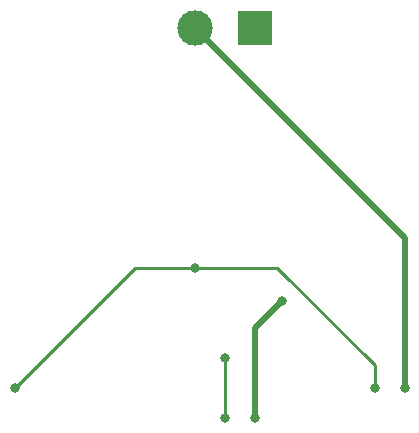
<source format=gbr>
%TF.GenerationSoftware,KiCad,Pcbnew,(6.0.10)*%
%TF.CreationDate,2023-02-16T14:30:49-08:00*%
%TF.ProjectId,Exercise 2,45786572-6369-4736-9520-322e6b696361,rev?*%
%TF.SameCoordinates,Original*%
%TF.FileFunction,Copper,L2,Bot*%
%TF.FilePolarity,Positive*%
%FSLAX46Y46*%
G04 Gerber Fmt 4.6, Leading zero omitted, Abs format (unit mm)*
G04 Created by KiCad (PCBNEW (6.0.10)) date 2023-02-16 14:30:49*
%MOMM*%
%LPD*%
G01*
G04 APERTURE LIST*
%TA.AperFunction,ComponentPad*%
%ADD10R,3.000000X3.000000*%
%TD*%
%TA.AperFunction,ComponentPad*%
%ADD11C,3.000000*%
%TD*%
%TA.AperFunction,ViaPad*%
%ADD12C,0.800000*%
%TD*%
%TA.AperFunction,Conductor*%
%ADD13C,0.500000*%
%TD*%
%TA.AperFunction,Conductor*%
%ADD14C,0.250000*%
%TD*%
G04 APERTURE END LIST*
D10*
%TO.P,J1,1,Pin_1*%
%TO.N,+9V*%
X139700000Y-30480000D03*
D11*
%TO.P,J1,2,Pin_2*%
%TO.N,GND*%
X134620000Y-30480000D03*
%TD*%
D12*
%TO.N,/pin_2*%
X119380000Y-60960000D03*
X149860000Y-60960000D03*
X134620000Y-50800000D03*
%TO.N,GND*%
X152400000Y-60960000D03*
%TO.N,Net-(C2-Pad1)*%
X137160000Y-63500000D03*
X137160000Y-58420000D03*
%TO.N,+9V*%
X141980000Y-53600000D03*
X139700000Y-63500000D03*
%TD*%
D13*
%TO.N,GND*%
X152400000Y-48260000D02*
X152400000Y-60960000D01*
X134620000Y-30480000D02*
X152400000Y-48260000D01*
D14*
%TO.N,/pin_2*%
X149860000Y-59056396D02*
X141603604Y-50800000D01*
X129540000Y-50800000D02*
X119380000Y-60960000D01*
X134620000Y-50800000D02*
X129540000Y-50800000D01*
X141603604Y-50800000D02*
X134620000Y-50800000D01*
X149860000Y-60960000D02*
X149860000Y-59056396D01*
%TO.N,Net-(C2-Pad1)*%
X137160000Y-58420000D02*
X137160000Y-63500000D01*
D13*
%TO.N,+9V*%
X141980000Y-53600000D02*
X139700000Y-55880000D01*
X139700000Y-55880000D02*
X139700000Y-63500000D01*
%TD*%
M02*

</source>
